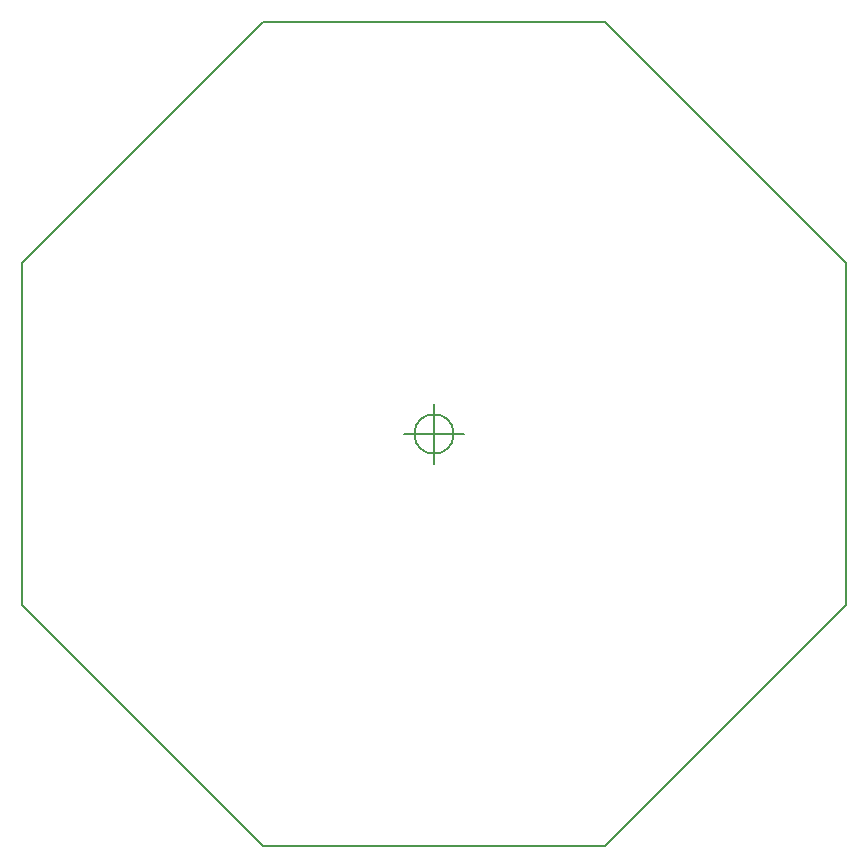
<source format=gm1>
G04 #@! TF.FileFunction,Profile,NP*
%FSLAX46Y46*%
G04 Gerber Fmt 4.6, Leading zero omitted, Abs format (unit mm)*
G04 Created by KiCad (PCBNEW 4.0.6-e0-6349~53~ubuntu14.04.1) date Sat Apr  1 16:27:06 2017*
%MOMM*%
%LPD*%
G01*
G04 APERTURE LIST*
%ADD10C,0.200000*%
%ADD11C,0.150000*%
G04 APERTURE END LIST*
D10*
X-14455140Y34897060D02*
X14455140Y34897060D01*
X-34897060Y14455140D02*
X-14455140Y34897060D01*
X-34897060Y-14455140D02*
X-34897060Y14455140D01*
X-14455140Y-34897060D02*
X-34897060Y-14455140D01*
X14455140Y-34897060D02*
X-14455140Y-34897060D01*
X34897060Y-14455140D02*
X14455140Y-34897060D01*
X34897060Y14455140D02*
X34897060Y-14455140D01*
X14455140Y34897060D02*
X34897060Y14455140D01*
D11*
X1666666Y0D02*
G75*
G03X1666666Y0I-1666666J0D01*
G01*
X-2500000Y0D02*
X2500000Y0D01*
X0Y2500000D02*
X0Y-2500000D01*
M02*

</source>
